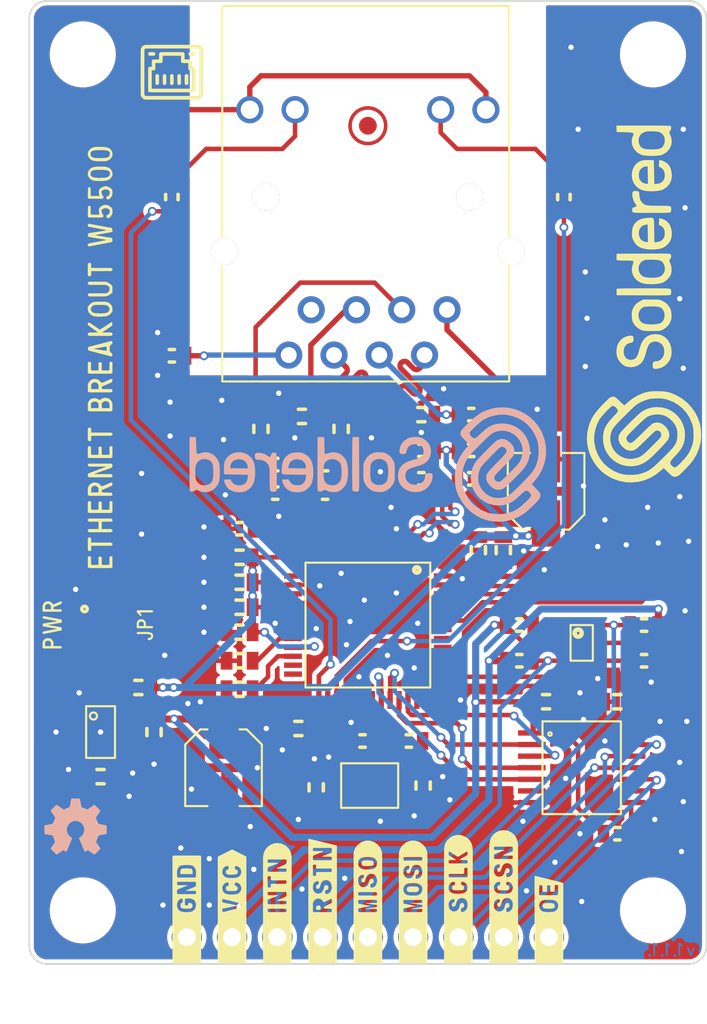
<source format=kicad_pcb>
(kicad_pcb (version 20210623) (generator pcbnew)
  (layers (0 "F.Cu" signal) (31 "B.Cu" signal) (34 "B.Paste" user) (35 "F.Paste" user) (36 "B.SilkS" user "B.Silkscreen") (37 "F.SilkS" user "F.Silkscreen") (38 "B.Mask" user) (39 "F.Mask" user) (44 "Edge.Cuts" user))
  (net 0 "")
  (net 1 "3V3_A")
  (net 2 "GND")
  (net 3 "Net-(C7-Pad2)")
  (net 4 "Net-(C11-Pad2)")
  (net 5 "Net-(C12-Pad2)")
  (net 6 "Net-(C13-Pad2)")
  (net 7 "3V3")
  (net 8 "Net-(C16-Pad2)")
  (net 9 "Net-(C17-Pad2)")
  (net 10 "VCC")
  (net 11 "Net-(D1-Pad1)")
  (net 12 "Net-(JP1-Pad2)")
  (net 14 "CGND")
  (net 15 "Net-(K1-Pad10)")
  (net 16 "Net-(K1-Pad11)")
  (net 17 "RSTn_H")
  (net 18 "INTn_H")
  (net 19 "SCSn_H")
  (net 20 "SCLK_H")
  (net 21 "MISO_H")
  (net 22 "MOSI_H")
  (net 23 "Net-(R5-Pad2)")
  (net 24 "LINKLED")
  (net 25 "ACTLED")
  (net 26 "Net-(R14-Pad2)")
  (net 27 "SCSn_L")
  (net 28 "MISO_L")
  (net 29 "INTn_L")
  (net 30 "SCLK_L")
  (net 31 "MOSI_L")
  (net 32 "RSTn_L")
  (net 45 "PMODE2")
  (net 46 "PMODE1")
  (net 47 "PMODE0")
  (net 51 "TX-")
  (net 52 "TX+")
  (net 53 "RX-")
  (net 54 "RX+")
  (net 55 "/RXN")
  (net 56 "/RXP")
  (net 57 "/TXP")
  (net 58 "/TXN")
  (net 59 "Net-(C9-Pad2)")
  (net 60 "Net-(C10-Pad2)")
  (net 63 "OE")
  (footprint "buzzardLabel" (layer "F.Cu") (at 111.38 130.4 90)
    (fp_text reference "")
    (fp_text value "")
  )
  (footprint "e-radionica.com footprinti:0603R" (layer "F.Cu") (at 127.5 113)
    (fp_text reference "R22")
    (fp_text value "10k")
  )
  (footprint "e-radionica.com footprinti:SMD_JUMPER" (layer "F.Cu") (at 133 108.2 -90)
    (fp_text reference "JP3")
    (fp_text value "SMD_JUMPER")
  )
  (footprint "Soldered Graphics:Logo-Back-OSH-3.5mm" (layer "F.Cu") (at 102.6 122.3)
    (fp_text reference "G***" hide)
    (fp_text value "LOGO" hide)
  )
  (footprint "e-radionica.com footprinti:0603C" (layer "F.Cu") (at 111.8 107.2)
    (fp_text reference "C4")
    (fp_text value "100n")
  )
  (footprint "e-radionica.com footprinti:0603R" (layer "F.Cu") (at 122 101.2)
    (fp_text reference "R6")
    (fp_text value "49R9 1%")
  )
  (footprint "e-radionica.com footprinti:0603R" (layer "F.Cu") (at 108 95.9)
    (fp_text reference "R16")
    (fp_text value "0")
  )
  (footprint "e-radionica.com footprinti:0603R" (layer "F.Cu") (at 127.5 111 180)
    (fp_text reference "R21")
    (fp_text value "10k")
  )
  (footprint "e-radionica.com footprinti:SMD_JUMPER" (layer "F.Cu") (at 130.5 108.2 -90)
    (fp_text reference "JP2")
    (fp_text value "SMD_JUMPER")
  )
  (footprint "e-radionica.com footprinti:HOLE_3.2mm" (layer "F.Cu") (at 103 127)
    (fp_text reference "H1" hide)
    (fp_text value "HOLE_3.2mm" hide)
  )
  (footprint "e-radionica.com footprinti:WIZnet W5500" (layer "F.Cu") (at 119 111 -90)
    (fp_text reference "U1")
    (fp_text value "W5500")
  )
  (footprint "e-radionica.com footprinti:0603C" (layer "F.Cu") (at 117.5 100 -90)
    (fp_text reference "C9")
    (fp_text value "6n8")
  )
  (footprint "e-radionica.com footprinti:0603C" (layer "F.Cu") (at 111.8 113)
    (fp_text reference "C12")
    (fp_text value "4u7")
  )
  (footprint "e-radionica.com footprinti:0603C" (layer "F.Cu") (at 111.8 111.4)
    (fp_text reference "C8")
    (fp_text value "100n")
  )
  (footprint "buzzardLabel" (layer "F.Cu") (at 101.3 111 90)
    (fp_text reference "")
    (fp_text value "")
  )
  (footprint "e-radionica.com footprinti:0603C" (layer "F.Cu") (at 104 119.5 180)
    (fp_text reference "C18")
    (fp_text value "2u2")
  )
  (footprint "e-radionica.com footprinti:ELECTROLITIC_CAP_4mm" (layer "F.Cu") (at 110.9 119 -90)
    (fp_text reference "C15")
    (fp_text value "EDK106M016A9BAA")
  )
  (footprint "e-radionica.com footprinti:0603C" (layer "F.Cu") (at 126.6 106.8 90)
    (fp_text reference "C3")
    (fp_text value "100n")
  )
  (footprint "buzzardLabel" (layer "F.Cu") (at 121.54 130.4 90)
    (fp_text reference "")
    (fp_text value "")
  )
  (footprint "e-radionica.com footprinti:0603C" (layer "F.Cu") (at 111.8 110)
    (fp_text reference "C6")
    (fp_text value "100n")
  )
  (footprint "e-radionica.com footprinti:0603R" (layer "F.Cu") (at 124.8 99.2)
    (fp_text reference "R10")
    (fp_text value "10R 1%")
  )
  (footprint "e-radionica.com footprinti:HOLE_3.2mm" (layer "F.Cu") (at 103 79)
    (fp_text reference "H3" hide)
    (fp_text value "HOLE_3.2mm" hide)
  )
  (footprint "buzzardLabel" (layer "F.Cu") (at 108.84 130.4 90)
    (fp_text reference "")
    (fp_text value "")
  )
  (footprint "e-radionica.com footprinti:TXB0104QPWRQ1" (layer "F.Cu") (at 131 119)
    (fp_text reference "U3")
    (fp_text value "TXB0104PWR")
  )
  (footprint "e-radionica.com footprinti:HOLE_3.2mm" (layer "F.Cu") (at 135 127)
    (fp_text reference "H2" hide)
    (fp_text value "HOLE_3.2mm" hide)
  )
  (footprint "e-radionica.com footprinti:0603R" (layer "F.Cu") (at 130 87 -90)
    (fp_text reference "R12")
    (fp_text value "330R")
  )
  (footprint "e-radionica.com footprinti:0603L" (layer "F.Cu") (at 106.1 114.5)
    (fp_text reference "L1")
    (fp_text value "MMZ1608S601ATA00")
  )
  (footprint "e-radionica.com footprinti:SMD_JUMPER" (layer "F.Cu") (at 135.5 108.2 -90)
    (fp_text reference "JP4")
    (fp_text value "SMD_JUMPER")
  )
  (footprint "e-radionica.com footprinti:0603R" (layer "F.Cu") (at 118.7 117.5)
    (fp_text reference "R14")
    (fp_text value "1M")
  )
  (footprint "buzzardLabel" (layer "F.Cu") (at 129.16 130.4 90)
    (fp_text reference "")
    (fp_text value "")
  )
  (footprint "e-radionica.com footprinti:0603R" (layer "F.Cu") (at 108 87 -90)
    (fp_text reference "R11")
    (fp_text value "330R")
  )
  (footprint "e-radionica.com footprinti:0603R" (layer "F.Cu") (at 121.3 117.5 180)
    (fp_text reference "R15")
    (fp_text value "0")
  )
  (footprint "e-radionica.com footprinti:0603C" (layer "F.Cu") (at 111.8 114.6)
    (fp_text reference "C13")
    (fp_text value "10n")
  )
  (footprint "e-radionica.com footprinti:SMD-JUMPER-CONNECTED_TRACE_SLODERMASK" (layer "F.Cu") (at 105.3 111 90)
    (fp_text reference "JP1")
    (fp_text value "SMD-JUMPER-CONNECTED_TRACE_SLODERMASK")
  )
  (footprint "e-radionica.com footprinti:0603C" (layer "F.Cu") (at 122.1 120 90)
    (fp_text reference "C17")
    (fp_text value "18p")
  )
  (footprint "e-radionica.com footprinti:0603C" (layer "F.Cu") (at 116.1 120.1 -90)
    (fp_text reference "C16")
    (fp_text value "18p")
  )
  (footprint "buzzardLabel" (layer "F.Cu") (at 104 96 90)
    (fp_text reference "")
    (fp_text value "")
  )
  (footprint "e-radionica.com footprinti:0603R" (layer "F.Cu") (at 116.6 103.6)
    (fp_text reference "R3")
    (fp_text value "33R")
  )
  (footprint "e-radionica.com footprinti:SOT-23-5" (layer "F.Cu") (at 104 117)
    (fp_text reference "U2")
    (fp_text value "SE5218")
  )
  (footprint "Soldered Graphics:Symbol-Front-Ethernet" (layer "F.Cu") (at 108 80 180)
    (fp_text reference "G***" hide)
    (fp_text value "LOGO" hide)
  )
  (footprint "e-radionica.com footprinti:0603C" (layer "F.Cu") (at 107 117 90)
    (fp_text reference "C19")
    (fp_text value "2u2")
  )
  (footprint "e-radionica.com footprinti:0402R" (layer "F.Cu") (at 103.8 111 -90)
    (fp_text reference "R13")
    (fp_text value "2k2")
  )
  (footprint "e-radionica.com footprinti:0603R" (layer "F.Cu") (at 113.8 103.6 180)
    (fp_text reference "R4")
    (fp_text value "33R")
  )
  (footprint "e-radionica.com footprinti:CRYSTAL_3225__4_PAD" (layer "F.Cu") (at 119.1 120)
    (fp_text reference "X1")
    (fp_text value "TSX-3225 25.0000MF10P-C3")
  )
  (footprint "e-radionica.com footprinti:0603C" (layer "F.Cu") (at 133 115.3 180)
    (fp_text reference "C21")
    (fp_text value "100n")
  )
  (footprint "e-radionica.com footprinti:ELECTROLITIC_CAP_4mm" (layer "F.Cu") (at 129 103.5 90)
    (fp_text reference "C1")
    (fp_text value "EDK106M016A9BAA")
  )
  (footprint "Soldered Graphics:Logo-Front-SolderedFULL-20mm" (layer "F.Cu") (at 134.5 93 90)
    (fp_text reference "REF**" hide)
    (fp_text value "Logo-Front-SolderedFULL-20mm" hide)
  )
  (footprint "e-radionica.com footprinti:0603C" (layer "F.Cu") (at 113 100 -90)
    (fp_text reference "C10")
    (fp_text value "6n8")
  )
  (footprint "e-radionica.com footprinti:0603R" (layer "F.Cu") (at 122 102.8 180)
    (fp_text reference "R1")
    (fp_text value "33R")
  )
  (footprint "Soldered Graphics:Logo-Back-SolderedFULL-20mm" (layer "F.Cu") (at 119 102)
    (fp_text reference "REF**" hide)
    (fp_text value "Logo-Front-SolderedFULL-20mm" hide)
  )
  (footprint "buzzardLabel" (layer "F.Cu") (at 126.62 130.4 90)
    (fp_text reference "")
    (fp_text value "")
  )
  (footprint "e-radionica.com footprinti:0603R" (layer "F.Cu") (at 124.8 101.2 180)
    (fp_text reference "R8")
    (fp_text value "49R9 1%")
  )
  (footprint "e-radionica.com footprinti:0603C" (layer "F.Cu") (at 125.2 106.8 90)
    (fp_text reference "C2")
    (fp_text value "100n")
  )
  (footprint "buzzardLabel" (layer "F.Cu") (at 124.08 130.4 90)
    (fp_text reference "")
    (fp_text value "")
  )
  (footprint "buzzardLabel" (layer "F.Cu") (at 106.5 111 90)
    (fp_text reference "")
    (fp_text value "")
  )
  (footprint "e-radionica.com footprinti:0603R" (layer "F.Cu") (at 124.8 102.8)
    (fp_text reference "R2")
    (fp_text value "33R")
  )
  (footprint "buzzardLabel" (layer "F.Cu") (at 116.46 130.4 90)
    (fp_text reference "")
    (fp_text value "")
  )
  (footprint "e-radionica.com footprinti:0603R" (layer "F.Cu") (at 133 122.7)
    (fp_text reference "R17")
    (fp_text value "10k")
  )
  (footprint "e-radionica.com footprinti:0603R" (layer "F.Cu") (at 134.5 111)
    (fp_text reference "R27")
    (fp_text value "10k")
  )
  (footprint "e-radionica.com footprinti:0603R" (layer "F.Cu") (at 116.6 102)
    (fp_text reference "R9")
    (fp_text value "49R9 1%")
  )
  (footprint "buzzardLabel" (layer "F.Cu") (at 113.92 130.4 90)
    (fp_text reference "")
    (fp_text value "")
  )
  (footprint "e-radionica.com footprinti:0603R" (layer "F.Cu") (at 113.8 102 180)
    (fp_text reference "R7")
    (fp_text value "49R9 1%")
  )
  (footprint "e-radionica.com footprinti:HEADER_MALE_9X1" (layer "F.Cu") (at 119 128.5)
    (fp_text reference "K2")
    (fp_text value "HEADER_MALE_9X1")
  )
  (footprint "e-radionica.com footprinti:FIDUCIAL_23" (layer "F.Cu") (at 119 83)
    (fp_text reference "FD1")
    (fp_text value "FIDUCIAL")
  )
  (footprint "e-radionica.com footprinti:0603R" (layer "F.Cu") (at 111.8 105.6)
    (fp_text reference "R5")
    (fp_text value "12k4_1%")
  )
  (footprint "e-radionica.com footprinti:0603C" (layer "F.Cu") (at 115.1 116.8)
    (fp_text reference "C14")
    (fp_text value "100n")
  )
  (footprint "e-radionica.com footprinti:HR913550A" (layer "F.Cu") (at 119 87)
    (fp_text reference "K1")
    (fp_text value "HR_913550A")
  )
  (footprint "e-radionica.com footprinti:0402LED" (layer "F.Cu") (at 102.5 111 90)
    (fp_text reference "D1")
    (fp_text value "purple")
  )
  (footprint "e-radionica.com footprinti:SOT-363" (layer "F.Cu") (at 131 112)
    (fp_text reference "U5")
    (fp_text value "NMOS-DUAL")
  )
  (footprint "e-radionica.com footprinti:0603C" (layer "F.Cu") (at 129 115.3 180)
    (fp_text reference "C20")
    (fp_text value "100n")
  )
  (footprint "e-radionica.com footprinti:0603C" (layer "F.Cu") (at 111.8 108.6)
    (fp_text reference "C5")
    (fp_text value "100n")
  )
  (footprint "e-radionica.com footprinti:0603C" (layer "F.Cu") (at 115.3 99.3)
    (fp_text reference "C7")
    (fp_text value "10n")
  )
  (footprint "buzzardLabel" (layer "F.Cu") (at 119 130.4 90)
    (fp_text reference "")
    (fp_text value "")
  )
  (footprint "e-radionica.com footprinti:HOLE_3.2mm" (layer "F.Cu") (at 135 79)
    (fp_text reference "H4" hide)
    (fp_text value "HOLE_3.2mm" hide)
  )
  (footprint "e-radionica.com footprinti:0603C" (layer "F.Cu") (at 122 99.2)
    (fp_text reference "C11")
    (fp_text value "22n")
  )
  (footprint "e-radionica.com footprinti:0603R" (layer "F.Cu") (at 134.5 113 180)
    (fp_text reference "R28")
    (fp_text value "10k")
  )
  (footprint "Soldered Graphics:Version1.1.1." (layer "B.Cu") (at 136 129.2 180)
    (fp_text reference "REF**" hide)
    (fp_text value "Version1.1.1." hide)
  )
  (gr_line (start 101 76) (end 137 76) (layer "Edge.Cuts") (width 0.1))
  (gr_arc (start 137 129) (end 137 130) (angle -90) (layer "Edge.Cuts") (width 0.1))
  (gr_arc (start 137 77) (end 137 76) (angle 90) (layer "Edge.Cuts") (width 0.1))
  (gr_line (start 100 129) (end 100 77) (layer "Edge.Cuts") (width 0.1))
  (gr_line (start 138 77) (end 138 129) (layer "Edge.Cuts") (width 0.1))
  (gr_arc (start 101 77) (end 101 76) (angle -90) (layer "Edge.Cuts") (width 0.1))
  (gr_line (start 137 130) (end 101 130) (layer "Edge.Cuts") (width 0.1))
  (gr_arc (start 101 129) (end 101 130) (angle 90) (layer "Edge.Cuts") (width 0.1))
  (segment (start 106.85 114.5) (end 107.5 114.5) (width 0.4) (layer "F.Cu") (net 1))
  (segment (start 124.03 106.07) (end 125.2 106.07) (width 0.3) (layer "F.Cu") (net 1))
  (segment (start 115 110.25) (end 113.45 110.25) (width 0.254) (layer "F.Cu") (net 1))
  (segment (start 113.2 111.4) (end 112.53 111.4) (width 0.254) (layer "F.Cu") (net 1))
  (segment (start 116.013022 108) (end 115.213022 107.2) (width 0.254) (layer "F.Cu") (net 1))
  (segment (start 118.25 108.05) (end 118.5 108.3) (width 0.254) (layer "F.Cu") (net 1))
  (segment (start 112.53 107.97) (end 112.53 109.37) (width 0.4) (layer "F.Cu") (net 1))
  (segment (start 128.7 105.3) (end 129.5 105.3) (width 0.4) (layer "F.Cu") (net 1))
  (segment (start 128 106) (end 128.7 105.3) (width 0.4) (layer "F.Cu") (net 1))
  (segment (start 113.45 110.25) (end 113.2 110) (width 0.254) (layer "F.Cu") (net 1))
  (segment (start 120.25 107) (end 120.25 107.85) (width 0.254) (layer "F.Cu") (net 1))
  (segment (start 115.213022 107.2) (end 112.53 107.2) (width 0.254) (layer "F.Cu") (net 1))
  (segment (start 126.6 106.07) (end 125.2 106.07) (width 0.4) (layer "F.Cu") (net 1))
  (segment (start 115.95 112.25) (end 116 112.2) (width 0.254) (layer "F.Cu") (net 1))
  (segment (start 108.1 114.5) (end 107.5 114.5) (width 0.4) (layer "F.Cu") (net 1))
  (segment (start 114.15 109.25) (end 113.5 108.6) (width 0.254) (layer "F.Cu") (net 1))
  (segment (start 116.6 108) (end 116.013022 108) (width 0.254) (layer "F.Cu") (net 1))
  (segment (start 115 112.25) (end 115.95 112.25) (width 0.254) (layer "F.Cu") (net 1))
  (segment (start 124.025 101.075) (end 125 100.1) (width 0.3) (layer "F.Cu") (net 1))
  (segment (start 112.53 109.37) (end 112.53 111.4) (width 0.4) (layer "F.Cu") (net 1))
  (segment (start 112.53 107.2) (end 112.53 107.97) (width 0.4) (layer "F.Cu") (net 1))
  (segment (start 113.2 110) (end 112.53 110) (width 0.254) (layer "F.Cu") (net 1))
  (segment (start 118.25 107) (end 118.25 108.05) (width 0.254) (layer "F.Cu") (net 1))
  (segment (start 113.5 108.6) (end 112.53 108.6) (width 0.254) (layer "F.Cu") (net 1))
  (segment (start 128 106) (end 127.3 106) (width 0.4) (layer "F.Cu") (net 1))
  (segment (start 120.25 107.85) (end 120.7 108.3) (width 0.254) (layer "F.Cu") (net 1))
  (segment (start 116.75 107.85) (end 116.6 108) (width 0.254) (layer "F.Cu") (net 1))
  (segment (start 127.3 106) (end 126.67 106) (width 0.4) (layer "F.Cu") (net 1))
  (segment (start 116.75 107) (end 116.75 107.85) (width 0.254) (layer "F.Cu") (net 1))
  (segment (start 121.8 108.3) (end 124.03 106.07) (width 0.3) (layer "F.Cu") (net 1))
  (segment (start 125 100.1) (end 125.575 99.525) (width 0.3) (layer "F.Cu") (net 1))
  (segment (start 124.025 101.2) (end 124.025 101.075) (width 0.3) (layer "F.Cu") (net 1))
  (segment (start 115 109.25) (end 114.15 109.25) (width 0.254) (layer "F.Cu") (net 1))
  (segment (start 129.5 105.3) (end 129.5 105.6) (width 0.4) (layer "F.Cu") (net 1))
  (segment (start 125.575 99.525) (end 125.575 99.2) (width 0.3) (layer "F.Cu") (net 1))
  (segment (start 126.67 106) (end 126.6 106.07) (width 0.4) (layer "F.Cu") (net 1))
  (segment (start 118.5 108.3) (end 121.8 108.3) (width 0.3) (layer "F.Cu") (net 1))
  (segment (start 122.775 101.2) (end 124.025 101.2) (width 0.3) (layer "F.Cu") (net 1))
  (via (at 112.53 109.37) (size 0.5) (drill 0.3) (layers "F.Cu" "B.Cu") (net 1))
  (via (at 128 106) (size 0.5) (drill 0.3) (layers "F.Cu" "B.Cu") (net 1))
  (via (at 113.2 111.4) (size 0.5) (drill 0.3) (layers "F.Cu" "B.Cu") (net 1))
  (via (at 116 112.2) (size 0.5) (drill 0.3) (layers "F.Cu" "B.Cu") (net 1))
  (via (at 108.1 114.5) (size 0.5) (drill 0.3) (layers "F.Cu" "B.Cu") (net 1))
  (via (at 127.3 106) (size 0.5) (drill 0.3) (layers "F.Cu" "B.Cu") (net 1))
  (via (at 107.5 114.5) (size 0.5) (drill 0.3) (layers "F.Cu" "B.Cu") (net 1))
  (via (at 112.53 107.97) (size 0.5) (drill 0.3) (layers "F.Cu" "B.Cu") (net 1))
  (via (at 123.4 101.2) (size 0.5) (drill 0.3) (layers "F.Cu" "B.Cu") (net 1))
  (segment (start 116.8 114.5) (end 108.7 114.5) (width 0.4) (layer "B.Cu") (net 1))
  (segment (start 114 112.2) (end 113.2 111.4) (width 0.254) (layer "B.Cu") (net 1))
  (segment (start 125.3 106) (end 116.8 114.5) (width 0.4) (layer "B.Cu") (net 1))
  (segment (start 112.53 109.37) (end 112.53 107.97) (width 0.4) (layer "B.Cu") (net 1))
  (segment (start 127.3 105.9) (end 123.4 102) (width 0.3) (layer "B.Cu") (net 1))
  (segment (start 108.7 114.5) (end 112.53 110.67) (width 0.4) (layer "B.Cu") (net 1))
  (segment (start 116 112.2) (end 114 112.2) (width 0.254) (layer "B.Cu") (net 1))
  (segment (start 127.3 106) (end 127.3 105.9) (width 0.3) (layer "B.Cu") (net 1))
  (segment (start 128 106) (end 125.3 106) (width 0.4) (layer "B.Cu") (net 1))
  (segment (start 112.53 110.67) (end 112.53 109.37) (width 0.4) (layer "B.Cu") (net 1))
  (segment (start 123.4 102) (end 123.4 101.2) (width 0.3) (layer "B.Cu") (net 1))
  (segment (start 107.5 114.5) (end 108.1 114.5) (width 0.4) (layer "B.Cu") (net 1))
  (segment (start 108.1 114.5) (end 108.7 114.5) (width 0.4) (layer "B.Cu") (net 1))
  (via (at 133.5 106.5) (size 0.5) (drill 0.3) (layers "F.Cu" "B.Cu") (net 2))
  (via (at 123.2 119.5) (size 0.5) (drill 0.3) (layers "F.Cu" "B.Cu") (net 2))
  (via (at 107.6 112.7) (size 0.5) (drill 0.3) (layers "F.Cu" "B.Cu") (net 2))
  (via (at 135.3 106.4) (size 0.5) (drill 0.3) (layers "F.Cu" "B.Cu") (net 2))
  (via (at 118.5 113.9) (size 0.5) (drill 0.3) (layers "F.Cu" "B.Cu") (net 2))
  (via (at 130.4 78.6) (size 0.5) (drill 0.3) (layers "F.Cu" "B.Cu") (net 2))
  (via (at 120.3 104.4) (size 0.5) (drill 0.3) (layers "F.Cu" "B.Cu") (net 2))
  (via (at 102.6 109) (size 0.5) (drill 0.3) (layers "F.Cu" "B.Cu") (net 2))
  (via (at 120.6 105.6) (size 0.5) (drill 0.3) (layers "F.Cu" "B.Cu") (net 2))
  (via (at 123.6 120.8) (size 0.5) (drill 0.3) (layers "F.Cu" "B.Cu") (net 2))
  (via (at 131.9 106.6) (size 0.5) (drill 0.3) (layers "F.Cu" "B.Cu") (net 2))
  (via (at 130.9 114.8) (size 0.5) (drill 0.3) (layers "F.Cu" "B.Cu") (net 2))
  (via (at 118.8 109.6) (size 0.5) (drill 0.3) (layers "F.Cu" "B.Cu") (net 2))
  (via (at 112.8 119) (size 0.5) (drill 0.3) (layers "F.Cu" "B.Cu") (net 2))
  (via (at 131.2 96.5) (size 0.5) (drill 0.3) (layers "F.Cu" "B.Cu") (net 2))
  (via (at 134.9 114.2) (size 0.5) (drill 0.3) (layers "F.Cu" "B.Cu") (net 2))
  (via (at 131.1 103.2) (size 0.5) (drill 0.3) (layers "F.Cu" "B.Cu") (net 2))
  (via (at 114 98) (size 0.5) (drill 0.3) (layers "F.Cu" "B.Cu") (net 2))
  (via (at 128.5 98.9) (size 0.5) (drill 0.3) (layers "F.Cu" "B.Cu") (net 2))
  (via (at 109.8 105.5) (size 0.5) (drill 0.3) (layers "F.Cu" "B.Cu") (net 2))
  (via (at 121.6 121.7) (size 0.5) (drill 0.3) (layers "F.Cu" "B.Cu") (net 2))
  (via (at 130.1 119.6) (size 0.5) (drill 0.3) (layers "F.Cu" "B.Cu") (net 2))
  (via (at 130.9 122.7) (size 0.5) (drill 0.3) (layers "F.Cu" "B.Cu") (net 2))
  (via (at 121.8 110.9) (size 0.5) (drill 0.3) (layers "F.Cu" "B.Cu") (net 2))
  (via (at 136.8 87.6) (size 0.5) (drill 0.3) (layers "F.Cu" "B.Cu") (net 2))
  (via (at 110.1 124.1) (size 0.5) (drill 0.3) (layers "F.Cu" "B.Cu") (net 2))
  (via (at 112.6 124.7) (size 0.5) (drill 0.3) (layers "F.Cu" "B.Cu") (net 2))
  (via (at 108.5 123.5) (size 0.5) (drill 0.3) (layers "F.Cu" "B.Cu") (net 2))
  (via (at 134.7 104.4) (size 0.5) (drill 0.3) (layers "F.Cu" "B.Cu") (net 2))
  (via (at 106.3 102.5) (size 0.5) (drill 0.3) (layers "F.Cu" "B.Cu") (net 2))
  (via (at 105.6 120.6) (size 0.5) (drill 0.3) (layers "F.Cu" "B.Cu") (net 2))
  (via (at 111 103.7) (size 0.5) (drill 0.3) (layers "F.Cu" "B.Cu") (net 2))
  (via (at 117.8 112.1) (size 0.5) (drill 0.3) (layers "F.Cu" "B.Cu") (net 2))
  (via (at 136.5 103.8) (size 0.5) (drill 0.3) (layers "F.Cu" "B.Cu") (net 2))
  (via (at 119.7 102.4) (size 0.5) (drill 0.3) (layers "F.Cu" "B.Cu") (net 2))
  (via (at 109.1 120.2) (size 0.5) (drill 0.3) (layers "F.Cu" "B.Cu") (net 2))
  (via (at 131.9 114) (size 0.5) (drill 0.3) (layers "F.Cu" "B.Cu") (net 2))
  (via (at 116 118.5) (size 0.5) (drill 0.3) (layers "F.Cu" "B.Cu") (net 2))
  (via (at 131.1 116.3) (size 0.5) (drill 0.3) (layers "F.Cu" "B.Cu") (net 2))
  (via (at 121.6 113.4) (size 0.5) (drill 0.3) (layers "F.Cu" "B.Cu") (net 2))
  (via (at 132.3 117.5) (size 0.5) (drill 0.3) (layers "F.Cu" "B.Cu") (net 2))
  (via (at 136.7 83.2) (size 0.5) (drill 0.3) (layers "F.Cu" "B.Cu") (net 2))
  (via (at 136.7 96.6) (size 0.5) (drill 0.3) (layers "F.Cu" "B.Cu") (net 2))
  (via (at 120.6 109.2) (size 0.5) (drill 0.3) (layers "F.Cu" "B.Cu") (net 2))
  (via (at 119.7 122) (size 0.5) (drill 0.3) (layers "F.Cu" "B.Cu") (net 2))
  (via (at 137 106.3) (size 0.5) (drill 0.3) (layers "F.Cu" "B.Cu") (net 2))
  (via (at 104 117) (size 0.5) (drill 0.3) (layers "F.Cu" "B.Cu") (net 2))
  (via (at 136.5 92.7) (size 0.5) (drill 0.3) (layers "F.Cu" "B.Cu") (net 2))
  (via (at 115.3 125.8) (size 0.5) (drill 0.3) (layers "F.Cu" "B.Cu") (net 2))
  (via (at 109.8 108.6) (size 0.5) (drill 0.3) (layers "F.Cu" "B.Cu") (net 2))
  (via (at 113.8 110.9) (size 0.5) (drill 0.3) (layers "F.Cu" "B.Cu") (net 2))
  (via (at 109.8 110) (size 0.5) (drill 0.3) (layers "F.Cu" "B.Cu") (net 2))
  (via (at 116.8 118.4) (size 0.5) (drill 0.3) (layers "F.Cu" "B.Cu") (net 2))
  (via (at 127.9 125.9) (size 0.5) (drill 0.3) (layers "F.Cu" "B.Cu") (net 2))
  (via (at 107.2 97) (size 0.5) (drill 0.3) (layers "F.Cu" "B.Cu") (net 2))
  (via (at 109.8 111.4) (size 0.5) (drill 0.3) (layers "F.Cu" "B.Cu") (net 2))
  (via (at 124.3 108.4) (size 0.5) (drill 0.3) (layers "F.Cu" "B.Cu") (net 2))
  (via (at 114.2 118) (size 0.5) (drill 0.3) (layers "F.Cu" "B.Cu") (net 2))
  (via (at 107.2 94.6) (size 0.5) (drill 0.3) (layers "F.Cu" "B.Cu") (net 2))
  (via (at 102.2 119.1) (size 0.5) (drill 0.3) (layers "F.Cu" "B.Cu") (net 2))
  (via (at 107.9 100.4) (size 0.5) (drill 0.3) (layers "F.Cu" "B.Cu") (net 2))
  (via (at 101.5 117) (size 0.5) (drill 0.3) (layers "F.Cu" "B.Cu") (net 2))
  (via (at 107.5 126.7) (size 0.5) (drill 0.3) (layers "F.Cu" "B.Cu") (net 2))
  (via (at 114.9 100.5) (size 0.5) (drill 0.3) (layers "F.Cu" "B.Cu") (net 2))
  (via (at 105.8 119.3) (size 0.5) (drill 0.3) (layers "F.Cu" "B.Cu") (net 2))
  (via (at 132.3 105.1) (size 0.5) (drill 0.3) (layers "F.Cu" "B.Cu") (net 2))
  (via (at 136.5 118.7) (size 0.5) (drill 0.3) (layers "F.Cu" "B.Cu") (net 2))
  (via (at 131.2 91.2) (size 0.5) (drill 0.3) (layers "F.Cu" "B.Cu") (net 2))
  (via (at 109.6 115.3) (size 0.5) (drill 0.3) (layers "F.Cu" "B.Cu") (net 2))
  (via (at 102.8 114.8) (size 0.5) (drill 0.3) (layers "F.Cu" "B.Cu") (net 2))
  (via (at 129.5 124.3) (size 0.5) (drill 0.3) (layers "F.Cu" "B.Cu") (net 2))
  (via (at 118.057648 116.457648) (size 0.5) (drill 0.3) (layers "F.Cu" "B.Cu") (net 2))
  (via (at 110.1 126.7) (size 0.5) (drill 0.3) (layers "F.Cu" "B.Cu") (net 2))
  (via (at 107.9 98.5) (size 0.5) (drill 0.3) (layers "F.Cu" "B.Cu") (net 2))
  (via (at 116.3 108.8) (size 0.5) (drill 0.3) (layers "F.Cu" "B.Cu") (net 2))
  (via (at 123.25 97.75) (size 0.5) (drill 0.3) (layers "F.Cu" "B.Cu") (net 2))
  (via (at 127.742352 106.842352) (size 0.5) (drill 0.3) (layers "F.Cu" "B.Cu") (net 2))
  (via (at 136.7 120.9) (size 0.5) (drill 0.3) (layers "F.Cu" "B.Cu") (net 2))
  (via (at 115.1 121.9) (size 0.5) (drill 0.3) (layers "F.Cu" "B.Cu") (net 2))
  (via (at 120.1 112.7) (size 0.5) (drill 0.3) (layers "F.Cu" "B.Cu") (net 2))
  (via (at 130.8 83.2) (size 0.5) (drill 0.3) (layers "F.Cu" "B.Cu") (net 2))
  (via (at 119.2 100.5) (size 0.5) (drill 0.3) (layers "F.Cu" "B.Cu") (net 2))
  (via (at 136.6 123.7) (size 0.5) (drill 0.3) (layers "F.Cu" "B.Cu") (net 2))
  (via (at 110.8 98.4) (size 0.5) (drill 0.3) (layers "F.Cu" "B.Cu") (net 2))
  (via (at 112.4 122.3) (size 0.5) (drill 0.3) (layers "F.Cu" "B.Cu") (net 2))
  (via (at 128.9 107.9) (size 0.5) (drill 0.3) (layers "F.Cu" "B.Cu") (net 2))
  (via (at 135.4 116.4) (size 0.5) (drill 0.3) (layers "F.Cu" "B.Cu") (net 2))
  (via (at 106.3 105.9) (size 0.5) (drill 0.3) (layers "F.Cu" "B.Cu") (net 2))
  (via (at 108.9 115.4) (size 0.5) (drill 0.3) (layers "F.Cu" "B.Cu") (net 2))
  (via (at 116.1 111.2) (size 0.5) (drill 0.3) (layers "F.Cu" "B.Cu") (net 2))
  (via (at 114 104.9) (size 0.5) (drill 0.3) (layers "F.Cu" "B.Cu") (net 2))
  (via (at 113.3 116.8) (size 0.5) (drill 0.3) (layers "F.Cu" "B.Cu") (net 2))
  (via (at 110.9 100.6) (size 0.5) (drill 0.3) (layers "F.Cu" "B.Cu") (net 2))
  (via (at 122 100.2) (size 0.5) (drill 0.3) (layers "F.Cu" "B.Cu") (net 2))
  (via (at 124.2 115.2) (size 0.5) (drill 0.3) (layers "F.Cu" "B.Cu") (net 2))
  (via (at 136.8 110.2) (size 0.5) (drill 0.3) (layers "F.Cu" "B.Cu") (net 2))
  (via (at 109.8 107.2) (size 0.5) (drill 0.3) (layers "F.Cu" "B.Cu") (net 2))
  (via (at 131 126.5) (size 0.5) (drill 0.3) (layers "F.Cu" "B.Cu") (net 2))
  (via (at 107 118.8) (size 0.5) (drill 0.3) (layers "F.Cu" "B.Cu") (net 2))
  (via (at 118 110.8) (size 0.5) (drill 0.3) (layers "F.Cu" "B.Cu") (net 2))
  (via (at 127.7 122) (size 0.5) (drill 0.3) (layers "F.Cu" "B.Cu") (net 2))
  (via (at 136.9 116.4) (size 0.5) (drill 0.3) (layers "F.Cu" "B.Cu") (net 2))
  (via (at 117.7 125.2) (size 0.5) (drill 0.3) (layers "F.Cu" "B.Cu") (net 2))
  (via (at 135.1 121.9) (size 0.5) (drill 0.3) (layers "F.Cu" "B.Cu") (net 2))
  (via (at 117.5 108.1) (size 0.5) (drill 0.3) (layers "F.Cu" "B.Cu") (net 2))
  (via (at 131.3 93.8) (size 0.5) (drill 0.3) (layers "F.Cu" "B.Cu") (net 2))
  (segment (start 118.36 93.32) (end 117.78 93.32) (width 0.3) (layer "F.Cu") (net 3))
  (segment (start 115.8 95.3) (end 115.8 97.9) (width 0.3) (layer "F.Cu") (net 3))
  (segment (start 116.03 100.67) (end 116.03 99.3) (width 0.3) (layer "F.Cu") (net 3))
  (segment (start 114.575 102) (end 115.825 102) (width 0.3) (layer "F.Cu") (net 3))
  (segment (start 115.8 97.9) (end 116.03 98.13) (width 0.3) (layer "F.Cu") (net 3))
  (segment (start 117.78 93.32) (end 115.8 95.3) (width 0.3) (layer "F.Cu") (net 3))
  (segment (start 116.03 98.13) (end 116.03 99.3) (width 0.3) (layer "F.Cu") (net 3))
  (segment (start 115.825 100.875) (end 116.03 100.67) (width 0.3) (layer "F.Cu") (net 3))
  (segment (start 115.825 102) (end 115.825 100.875) (width 0.3) (layer "F.Cu") (net 3))
  (segment (start 124.025 99.2) (end 123.4 99.2) (width 0.3) (layer "F.Cu") (net 4))
  (segment (start 123.4 99.2) (end 122.73 99.2) (width 0.3) (layer "F.Cu") (net 4))
  (via (at 123.4 99.2) (size 0.5) (drill 0.3) (layers "F.Cu" "B.Cu") (net 4))
  (segment (start 122.98 99.2) (end 123.4 99.2) (width 0.3) (layer "B.Cu") (net 4))
  (segment (start 119.64 95.86) (end 122.98 99.2) (width 0.3) (layer "B.Cu") (net 4))
  (segment (start 114.05 111.75) (end 112.8 113) (width 0.254) (layer "F.Cu") (net 5))
  (segment (start 115 111.75) (end 114.05 111.75) (width 0.254) (layer "F.Cu") (net 5))
  (segment (start 112.8 113) (end 112.53 113) (width 0.254) (layer "F.Cu") (net 5))
  (segment (start 113.95 112.75) (end 113.4 113.3) (width 0.254) (layer "F.Cu") (net 6))
  (segment (start 113.4 113.3) (end 113.4 113.9) (width 0.254) (layer "F.Cu") (net 6))
  (segment (start 113.4 113.9) (end 112.7 114.6) (width 0.254) (layer "F.Cu") (net 6))
  (segment (start 112.7 114.6) (end 112.53 114.6) (width 0.254) (layer "F.Cu") (net 6))
  (segment (start 114.8 112.75) (end 113.95 112.75) (width 0.254) (layer "F.Cu") (net 6))
  (segment (start 112.4 115.7) (end 115.4 115.7) (width 0.4) (layer "F.Cu") (net 7))
  (segment (start 105.3 116.05) (end 105.3 114.59) (width 0.4) (layer "F.Cu") (net 7))
  (segment (start 131.92 112) (end 134.6 112) (width 0.254) (layer "F.Cu") (net 7))
  (segment (start 115.83 116.13) (end 115.83 116.8) (width 0.4) (layer "F.Cu") (net 7))
  (segment (start 103.9 86.9) (end 108.7 82.1) (width 0.3) (layer "F.Cu") (net 7))
  (segment (start 110.9 117.2) (end 112.4 115.7) (width 0.4) (layer "F.Cu") (net 7))
  (segment (start 134.6 112) (end 135.275 112.675) (width 0.254) (layer "F.Cu") (net 7))
  (segment (start 130.8 121.275) (end 130.8 117.8) (width 0.254) (layer "F.Cu") (net 7))
  (segment (start 108.97 116.27) (end 107 116.27) (width 0.4) (layer "F.Cu") (net 7))
  (segment (start 106.78 116.05) (end 107 116.27) (width 0.4) (layer "F.Cu") (net 7))
  (segment (start 130.05 117.05) (end 128.2 117.05) (width 0.254) (layer "F.Cu") (net 7))
  (segment (start 115.4 115.7) (end 115.83 116.13) (width 0.4) (layer "F.Cu") (net 7))
  (segment (start 117.75 115) (end 117.75 115.85) (width 0.254) (layer "F.Cu") (net 7))
  (segment (start 113 80.2) (end 112.375 80.825) (width 0.3) (layer "F.Cu") (net 7))
  (segment (start 109.9 117.2) (end 108.97 116.27) (width 0.4) (layer "F.Cu") (net 7))
  (segment (start 105.3 111.35) (end 105.39 111.44) (width 0.3) (layer "F.Cu") (net 7))
  (segment (start 135.275 112.675) (end 135.275 113) (width 0.254) (layer "F.Cu") (net 7))
  (segment (start 107 111.4) (end 107 108.6) (width 0.3) (layer "F.Cu") (net 7))
  (segment (start 105.39 111.44) (end 105.39 113.01) (width 0.3) (layer "F.Cu") (net 7))
  (segment (start 110.9 117.2) (end 109.9 117.2) (width 0.4) (layer "F.Cu") (net 7))
  (segment (start 130.08 112) (end 127.725 112) (width 0.254) (layer "F.Cu") (net 7))
  (segment (start 126.1 111) (end 126.725 111) (width 0.4) (layer "F.Cu") (net 7))
  (segment (start 105.3 114.59) (end 105.39 114.5) (width 0.4) (layer "F.Cu") (net 7))
  (segment (start 107 108.6) (end 103.9 105.5) (width 0.3) (layer "F.Cu") (net 7))
  (segment (start 125.073011 115.3) (end 128.27 115.3) (width 0.3) (layer "F.Cu") (net 7))
  (segment (start 128.27 115.3) (end 128.27 116.98) (width 0.3) (layer "F.Cu") (net 7))
  (segment (start 103.9 105.5) (end 103.9 86.9) (width 0.3) (layer "F.Cu") (net 7))
  (segment (start 131.92 112) (end 130.08 112) (width 0.254) (layer "F.Cu") (net 7))
  (segment (start 112.375 80.825) (end 112.375 82.1) (width 0.3) (layer "F.Cu") (net 7))
  (segment (start 124.7 80.2) (end 113 80.2) (width 0.3) (layer "F.Cu") (net 7))
  (segment (start 105.3 116.05) (end 106.78 116.05) (width 0.4) (layer "F.Cu") (net 7))
  (segment (start 128.27 116.98) (end 128.2 117.05) (width 0.3) (layer "F.Cu") (net 7))
  (segment (start 125.625 81.125) (end 124.7 80.2) (width 0.3) (layer "F.Cu") (net 7))
  (segment (start 130.8 117.8) (end 130.05 117.05) (width 0.254) (layer "F.Cu") (net 7))
  (segment (start 127.725 112) (end 126.725 111) (width 0.254) (layer "F.Cu") (net 7))
  (segment (start 108.7 82.1) (end 112.375 82.1) (width 0.3) (layer "F.Cu") (net 7))
  (segment (start 132.225 122.7) (end 130.8 121.275) (width 0.254) (layer "F.Cu") (net 7))
  (segment (start 105.39 113.01) (end 105.39 114.5) (width 0.3) (layer "F.Cu") (net 7))
  (segment (start 105.39 113.01) (end 107 111.4) (width 0.3) (layer "F.Cu") (net 7))
  (segment (start 117.75 115.85) (end 116.8 116.8) (width 0.254) (layer "F.Cu") (net 7))
  (segment (start 125.625 82.1) (end 125.625 81.125) (width 0.3) (layer "F.Cu") (net 7))
  (segment (start 125.049511 115.3235) (end 125.073011 115.3) (width 0.3) (layer "F.Cu") (net 7))
  (segment (start 116.8 116.8) (end 115.83 116.8) (width 0.254) (layer "F.Cu") (net 7))
  (via (at 125.049511 115.3235) (size 0.5) (drill 0.3) (layers "F.Cu" "B.Cu") (net 7))
  (via (at 126.1 111) (size 0.5) (drill 0.3) (layers "F.Cu" "B.Cu") (net 7))
  (via (at 108.13 116.27) (size 0.5) (drill 0.3) (layers "F.Cu" "B.Cu") (net 7))
  (segment (start 125.049511 115.3235) (end 125.049511 112.050489) (width 0.4) (layer "B.Cu") (net 7))
  (segment (start 125.049511 115.3235) (end 125.049511 120.450489) (width 0.4) (layer "B.Cu") (net 7))
  (segment (start 125.049511 112.050489) (end 126.1 111) (width 0.4) (layer "B.Cu") (net 7))
  (segment (start 114.76 122.9) (end 108.13 116.27) (width 0.4) (layer "B.Cu") (net 7))
  (segment (start 122.6 122.9) (end 114.76 122.9) (width 0.4) (layer "B.Cu") (net 7))
  (segment (start 125.049511 120.450489) (end 122.6 122.9) (width 0.4) (layer "B.Cu") (net 7))
  (segment (start 115.43 120.83) (end 114.9 120.3) (width 0.254) (layer "F.Cu") (net 8))
  (segment (start 114.9 120.3) (end 114.9 118.6) (width 0.254) (layer "F.Cu") (net 8))
  (segment (start 118.75 116.675) (end 118.75 115) (width 0.254) (layer "F.Cu") (net 8))
  (segment (start 117.725 117.7) (end 118.75 116.675) (width 0.254) (layer "F.Cu") (net 8))
  (segment (start 114.9 118.6) (end 115.8 117.7) (width 0.254) (layer "F.Cu") (net 8))
  (segment (start 116.13 120.8) (end 116.1 120.83) (width 0.254) (layer "F.Cu") (net 8))
  (segment (start 118 120.8) (end 116.13 120.8) (width 0.254) (layer "F.Cu") (net 8))
  (segment (start 115.8 117.7) (end 117.725 117.7) (width 0.254) (layer "F.Cu") (net 8))
  (segment (start 116.1 120.83) (end 115.43 120.83) (width 0.254) (layer "F.Cu") (net 8))
  (segment (start 122.075 117.4) (end 122.075 119.245) (width 0.254) (layer "F.Cu") (net 9))
  (segment (start 122.03 119.2) (end 122.1 119.27) (width 0.254) (layer "F.Cu") (net 9))
  (segment (start 122.075 119.245) (end 122.1 119.27) (width 0.254) (layer "F.Cu") (net 9))
  (segment (start 120.2 119.2) (end 122.03 119.2) (width 0.254) (layer "F.Cu") (net 9))
  (segment (start 133.73 115.3) (end 135.2 115.3) (width 0.3) (layer "F.Cu") (net 10))
  (segment (start 101.05 117.95) (end 102.7 117.95) (width 0.3) (layer "F.Cu") (net 10))
  (segment (start 103.27 120.17) (end 108.2 125.1) (width 0.5) (layer "F.Cu") (net 10))
  (segment (start 126.725 113) (end 125.8 113) (width 0.4) (layer "F.Cu") (net 10))
  (segment (start 136.5 111.7) (end 135.8 111) (width 0.3) (layer "F.Cu") (net 10))
  (segment (start 111.38 126.78) (end 111.38 128.5) (width 0.5) (layer "F.Cu") (net 10))
  (segment (start 100.7 117.6) (end 101.05 117.95) (width 0.3) (layer "F.Cu") (net 10))
  (segment (start 133.73 116.98) (end 133.8 117.05) (width 0.3) (layer "F.Cu") (net 10))
  (segment (start 101.05 116.05) (end 100.7 116.4) (width 0.3) (layer "F.Cu") (net 10))
  (segment (start 135.3 110.1) (end 135.3 110.975) (width 0.4) (layer "F.Cu") (net 10))
  (segment (start 100.7 116.4) (end 100.7 117.6) (width 0.3) (layer "F.Cu") (net 10))
  (segment (start 103.27 118.52) (end 102.7 117.95) (width 0.5) (layer "F.Cu") (net 10))
  (segment (start 135.2 115.3) (end 136.5 114) (width 0.3) (layer "F.Cu") (net 10))
  (segment (start 103.27 119.5) (end 103.27 120.17) (width 0.5) (layer "F.Cu") (net 10))
  (segment (start 103.27 119.5) (end 103.27 118.52) (width 0.5) (layer "F.Cu") (net 10))
  (segment (start 135.8 111) (end 135.275 111) (width 0.3) (layer "F.Cu") (net 10))
  (segment (start 133.73 115.3) (end 133.73 116.98) (width 0.3) (layer "F.Cu") (net 10))
  (segment (start 136.5 114) (end 136.5 111.7) (width 0.3) (layer "F.Cu") (net 10))
  (segment (start 109.7 125.1) (end 111.38 126.78) (width 0.5) (layer "F.Cu") (net 10))
  (segment (start 102.7 116.05) (end 101.05 116.05) (width 0.3) (layer "F.Cu") (net 10))
  (segment (start 108.2 125.1) (end 109.7 125.1) (width 0.5) (layer "F.Cu") (net 10))
  (segment (start 135.3 110.975) (end 135.275 111) (width 0.4) (layer "F.Cu") (net 10))
  (via (at 125.8 113) (size 0.5) (drill 0.3) (layers "F.Cu" "B.Cu") (net 10))
  (via (at 135.3 110.1) (size 0.5) (drill 0.3) (layers "F.Cu" "B.Cu") (net 10))
  (segment (start 125.764651 113.035349) (end 125.8 113.070699) (width 0.4) (layer "B.Cu") (net 10))
  (segment (start 135.3 110.1) (end 128.7 110.1) (width 0.4) (layer "B.Cu") (net 10))
  (segment (start 115.4 123.6) (end 111.38 127.62) (width 0.4) (layer "B.Cu") (net 10))
  (segment (start 125.8 113.070699) (end 125.8 120.8) (width 0.4) (layer "B.Cu") (net 10))
  (segment (start 125.8 113) (end 125.764651 113.035349) (width 0.4) (layer "B.Cu") (net 10))
  (segment (start 125.8 120.8) (end 123 123.6) (width 0.4) (layer "B.Cu") (net 10))
  (segment (start 123 123.6) (end 115.4 123.6) (width 0.4) (layer "B.Cu") (net 10))
  (segment (start 111.38 127.62) (end 111.38 128.5) (width 0.4) (layer "B.Cu") (net 10))
  (segment (start 128.7 110.1) (end 125.8 113) (width 0.4) (layer "B.Cu") (net 10))
  (segment (start 102.55 111.5) (end 102.5 111.55) (width 0.3) (layer "F.Cu") (net 11))
  (segment (start 103.8 111.5) (end 102.55 111.5) (width 0.3) (layer "F.Cu") (net 11))
  (segment (start 105.15 110.5) (end 105.3 110.65) (width 0.3) (layer "F.Cu") (net 12))
  (segment (start 103.8 110.5) (end 105.15 110.5) (width 0.3) (layer "F.Cu") (net 12))
  (segment (start 109.8 95.9) (end 108.775 95.9) (width 0.3) (layer "F.Cu") (net 14))
  (via (at 109.8 95.9) (size 0.5) (drill 0.3) (layers "F.Cu" "B.Cu") (net 14))
  (segment (start 109.84 95.86) (end 109.8 95.9) (width 0.3) (layer "B.Cu") (net 14))
  (segment (start 114.56 95.86) (end 109.84 95.86) (width 0.3) (layer "B.Cu") (net 14))
  (segment (start 130 85.9) (end 128.4 84.3) (width 0.254) (layer "F.Cu") (net 15))
  (segment (start 123.085 83.385) (end 123.085 82.1) (width 0.254) (layer "F.Cu") (net 15))
  (segment (start 130 86.225) (end 130 85.9) (width 0.254) (layer "F.Cu") (net 15))
  (segment (start 128.4 84.3) (end 124 84.3) (width 0.254) (layer "F.Cu") (net 15))
  (segment (start 124 84.3) (end 123.085 83.385) (width 0.254) (layer "F.Cu") (net 15))
  (segment (start 108 86.225) (end 109.925 84.3) (width 0.254) (layer "F.Cu") (net 16))
  (segment (start 109.925 84.3) (end 114.2 84.3) (width 0.254) (layer "F.Cu") (net 16))
  (segment (start 114.2 84.3) (end 114.915 83.585) (width 0.254) (layer "F.Cu") (net 16))
  (segment (start 114.915 83.585) (end 114.915 82.1) (width 0.254) (layer "F.Cu") (net 16))
  (segment (start 132.8 111) (end 132.6 111) (width 0.254) (layer "F.Cu") (net 17))
  (segment (start 132.6 111) (end 132.27 111) (width 0.254) (layer "F.Cu") (net 17))
  (segment (start 133.725 111) (end 132.8 111) (width 0.254) (layer "F.Cu") (net 17))
  (segment (start 132.27 111) (end 131.92 111.35) (width 0.254) (layer "F.Cu") (net 17))
  (via (at 132.8 111) (size 0.5) (drill 0.3) (layers "F.Cu" "B.Cu") (net 17))
  (segment (start 116.46 127.44) (end 119.2 124.7) (width 0.254) (layer "B.Cu") (net 17))
  (segment (start 132.8 115.9) (end 132.8 111) (width 0.254) (layer "B.Cu") (net 17))
  (segment (start 124 124.7) (end 132.8 115.9) (width 0.254) (layer "B.Cu") (net 17))
  (segment (start 119.2 124.7) (end 124 124.7) (width 0.254) (layer "B.Cu") (net 17))
  (segment (start 116.46 128.5) (end 116.46 127.44) (width 0.254) (layer "B.Cu") (net 17))
  (segment (start 128.275 113) (end 129.1 113) (width 0.254) (layer "F.Cu") (net 18))
  (segment (start 129.73 113) (end 130.08 112.65) (width 0.254) (layer "F.Cu") (net 18))
  (segment (start 129.1 113) (end 129.73 113) (width 0.254) (layer "F.Cu") (net 18))
  (via (at 129.1 113) (size 0.5) (drill 0.3) (layers "F.Cu" "B.Cu") (net 18))
  (segment (start 123.3 124.2) (end 126.4 121.1) (width 0.254) (layer "B.Cu") (net 18))
  (segment (start 115.9 124.2) (end 123.3 124.2) (width 0.254) (layer "B.Cu") (net 18))
  (segment (start 113.92 128.5) (end 113.92 126.18) (width 0.254) (layer "B.Cu") (net 18))
  (segment (start 126.4 121.1) (end 126.4 115.7) (width 0.254) (layer "B.Cu") (net 18))
  (segment (start 113.92 126.18) (end 115.9 124.2) (width 0.254) (layer "B.Cu") (net 18))
  (segment (start 126.4 115.7) (end 129.1 113) (width 0.254) (layer "B.Cu") (net 18))
  (segment (start 135.15 119.65) (end 133.79 119.65) (width 0.254) (layer "F.Cu") (net 19))
  (segment (start 135.2 119.7) (end 135.15 119.65) (width 0.254) (layer "F.Cu") (net 19))
  (via (at 135.2 119.7) (size 0.5) (drill 0.3) (layers "F.Cu" "B.Cu") (net 19))
  (segment (start 126.62 128.28) (end 135.2 119.7) (width 0.254) (layer "B.Cu") (net 19))
  (segment (start 126.62 128.5) (end 126.62 128.28) (width 0.254) (layer "B.Cu") (net 19))
  (segment (start 135.2 117.7) (end 133.8 117.7) (width 0.254) (layer "F.Cu") (net 20))
  (via (at 135.2 117.7) (size 0.5) (drill 0.3) (layers "F.Cu" "B.Cu") (net 20))
  (segment (start 124.08 128.5) (end 134.88 117.7) (width 0.254) (layer "B.Cu") (net 20))
  (segment (start 134.88 117.7) (end 135.2 117.7) (width 0.254) (layer "B.Cu") (net 20))
  (segment (start 131.7235 119) (end 133.8 119) (width 0.254) (layer "F.Cu") (net 21))
  (via (at 131.7235 119) (size 0.5) (drill 0.3) (layers "F.Cu" "B.Cu") (net 21))
  (segment (start 131.7 119) (end 125.54648 125.15352) (width 0.254) (layer "B.Cu") (net 21))
  (segment (start 119 126.9) (end 119 128.5) (width 0.254) (layer "B.Cu") (net 21))
  (segment (start 131.7235 119) (end 131.7 119) (width 0.254) (layer "B.Cu") (net 21))
  (segment (start 125.54648 125.15352) (end 120.74648 125.15352) (width 0.254) (layer "B.Cu") (net 21))
  (segment (start 120.74648 125.15352) (end 119 126.9) (width 0.254) (layer "B.Cu") (net 21))
  (segment (start 132.35 118.35) (end 133.8 118.35) (width 0.254) (layer "F.Cu") (net 22))
  (segment (start 132.3 118.4) (end 132.35 118.35) (width 0.254) (layer "F.Cu") (net 22))
  (via (at 132.3 118.4) (size 0.5) (drill 0.3) (layers "F.Cu" "B.Cu") (net 22))
  (segment (start 132.3 119.5) (end 126.1 125.7) (width 0.254) (layer "B.Cu") (net 22))
  (segment (start 122.9 125.7) (end 121.54 127.06) (width 0.254) (layer "B.Cu") (net 22))
  (segment (start 132.3 118.4) (end 132.3 119.5) (width 0.254) (layer "B.Cu") (net 22))
  (segment (start 121.54 127.06) (end 121.54 128.5) (width 0.254) (layer "B.Cu") (net 22))
  (segment (start 126.1 125.7) (end 122.9 125.7) (width 0.254) (layer "B.Cu") (net 22))
  (segment (start 112.675 105.7) (end 112.575 105.6) (width 0.254) (layer "F.Cu") (net 23))
  (segment (start 117.25 107) (end 117.25 105.996978) (width 0.254) (layer "F.Cu") (net 23))
  (segment (start 116.953022 105.7) (end 112.675 105.7) (width 0.254) (layer "F.Cu") (net 23))
  (segment (start 117.25 105.996978) (end 116.953022 105.7) (width 0.254) (layer "F.Cu") (net 23))
  (segment (start 116.25 115) (end 116.25 113.85) (width 0.254) (layer "F.Cu") (net 24))
  (segment (start 107.975 87.8) (end 108 87.775) (width 0.254) (layer "F.Cu") (net 24))
  (segment (start 106.9 87.8) (end 107.975 87.8) (width 0.254) (layer "F.Cu") (net 24))
  (segment (start 116.25 113.85) (end 116.9 113.2) (width 0.254) (layer "F.Cu") (net 24))
  (via (at 106.9 87.8) (size 0.5) (drill 0.3) (layers "F.Cu" "B.Cu") (net 24))
  (via (at 116.9 113.2) (size 0.5) (drill 0.3) (layers "F.Cu" "B.Cu") (net 24))
  (segment (start 105.7 92.9) (end 105.7 89) (width 0.254) (layer "B.Cu") (net 24))
  (segment (start 105.7 99.5) (end 105.7 92.9) (width 0.254) (layer "B.Cu") (net 24))
  (segment (start 114.3 108.1) (end 105.7 99.5) (width 0.254) (layer "B.Cu") (net 24))
  (segment (start 116.9 110.7) (end 114.3 108.1) (width 0.254) (layer "B.Cu") (net 24))
  (segment (start 105.7 89) (end 106.9 87.8) (width 0.254) (layer "B.Cu") (net 24))
  (segment (start 116.9 113.2) (end 116.9 110.7) (width 0.254) (layer "B.Cu") (net 24))
  (segment (start 121.2 111.9) (end 119.2 111.9) (width 0.254) (layer "F.Cu") (net 25))
  (segment (start 130 88.7) (end 130 87.775) (width 0.254) (layer "F.Cu") (net 25))
  (segment (start 119.2 111.9) (end 117.25 113.85) (width 0.254) (layer "F.Cu") (net 25))
  (segment (start 117.25 113.85) (end 117.25 115) (width 0.254) (layer "F.Cu") (net 25))
  (via (at 121.2 111.9) (size 0.5) (drill 0.3) (layers "F.Cu" "B.Cu") (net 25))
  (via (at 130 88.7) (size 0.5) (drill 0.3) (layers "F.Cu" "B.Cu") (net 25))
  (segment (start 123.5 111.9) (end 130 105.4) (width 0.254) (layer "B.Cu") (net 25))
  (segment (start 130 105.4) (end 130 88.7) (width 0.254) (layer "B.Cu") (net 25))
  (segment (start 121.2 111.9) (end 123.5 111.9) (width 0.254) (layer "B.Cu") (net 25))
  (segment (start 119.475 116.375) (end 119.475 117.4) (width 0.254) (layer "F.Cu") (net 26))
  (segment (start 119.25 116.15) (end 119.475 116.375) (width 0.254) (layer "F.Cu") (net 26))
  (segment (start 119.25 115) (end 119.25 116.15) (width 0.254) (layer "F.Cu") (net 26))
  (segment (start 119.475 117.4) (end 120.525 117.4) (width 0.254) (layer "F.Cu") (net 26))
  (segment (start 119.75 115) (end 119.75 114.05) (width 0.254) (layer "F.Cu") (net 27))
  (segment (start 119.75 114.05) (end 119.6 113.9) (width 0.254) (layer "F.Cu") (net 27))
  (segment (start 123.1 118.3) (end 124.45 119.65) (width 0.254) (layer "F.Cu") (net 27))
  (segment (start 124.45 119.65) (end 128.2 119.65) (width 0.254) (layer "F.Cu") (net 27))
  (via (at 123.1 118.3) (size 0.5) (drill 0.3) (layers "F.Cu" "B.Cu") (net 27))
  (via (at 119.6 113.9) (size 0.5) (drill 0.3) (layers "F.Cu" "B.Cu") (net 27))
  (segment (start 119.6 114.8) (end 119.6 113.9) (width 0.254) (layer "B.Cu") (net 27))
  (segment (start 123.1 118.3) (end 119.6 114.8) (width 0.254) (layer "B.Cu") (net 27))
  (segment (start 120.75 116.05) (end 120.75 115) (width 0.254) (layer "F.Cu") (net 28))
  (segment (start 124.3 116.8) (end 124 116.5) (width 0.254) (layer "F.Cu") (net 28))
  (segment (start 124.8 119) (end 128.2 119) (width 0.254) (layer "F.Cu") (net 28))
  (segment (start 121.2 116.5) (end 120.75 116.05) (width 0.254) (layer "F.Cu") (net 28))
  (segment (start 124 116.5) (end 121.2 116.5) (width 0.254) (layer "F.Cu") (net 28))
  (segment (start 124.3 118.5) (end 124.8 119) (width 0.254) (layer "F.Cu") (net 28))
  (via (at 124.3 116.8) (size 0.5) (drill 0.3) (layers "F.Cu" "B.Cu") (net 28))
  (via (at 124.3 118.5) (size 0.5) (drill 0.3) (layers "F.Cu" "B.Cu") (net 28))
  (segment (start 124.3 118.5) (end 124.3 116.8) (width 0.254) (layer "B.Cu") (net 28))
  (segment (start 124.4 113.9) (end 130.67 113.9) (width 0.254) (layer "F.Cu") (net 29))
  (segment (start 121.75 115) (end 121.95 114.8) (width 0.254) (layer "F.Cu") (net 29))
  (segment (start 123.5 114.8) (end 124.4 113.9) (width 0.254) (layer "F.Cu") (net 29))
  (segment (start 133.725 113) (end 132.27 113) (width 0.254) (layer "F.Cu") (net 29))
  (segment (start 130.67 113.9) (end 131.92 112.65) (width 0.254) (layer "F.Cu") (net 29))
  (segment (start 132.27 113) (end 131.92 112.65) (width 0.254) (layer "F.Cu") (net 29))
  (segment (start 121.95 114.8) (end 123.5 114.8) (width 0.254) (layer "F.Cu") (net 29))
  (segment (start 123.1 117.3) (end 123.5 117.7) (width 0.254) (layer "F.Cu") (net 30))
  (segment (start 120.25 113.95) (end 120.25 115) (width 0.254) (layer "F.Cu") (net 30))
  (segment (start 120.5 113.7) (end 120.25 113.95) (width 0.254) (layer "F.Cu") (net 30))
  (segment (start 123.5 117.7) (end 128.2 117.7) (width 0.254) (layer "F.Cu") (net 30))
  (via (at 120.5 113.7) (size 0.5) (drill 0.3) (layers "F.Cu" "B.Cu") (net 30))
  (via (at 123.1 117.3) (size 0.5) (drill 0.3) (layers "F.Cu" "B.Cu") (net 30))
  (segment (start 123.1 117.3) (end 120.5 114.7) (width 0.254) (layer "B.Cu") (net 30))
  (segment (start 120.5 114.7) (end 120.5 113.7) (width 0.254) (layer "B.Cu") (net 30))
  (segment (start 121.25 115) (end 121.25 115.85) (width 0.254) (layer "F.Cu") (net 31))
  (segment (start 121.44648 116.04648) (end 127.14648 116.04648) (width 0.254) (layer "F.Cu") (net 31))
  (segment (start 127.14648 116.04648) (end 127.2 116.1) (width 0.254) (layer "F.Cu") (net 31))
  (segment (start 129.45 118.35) (end 128.2 118.35) (width 0.254) (layer "F.Cu") (net 31))
  (segment (start 129.5 118.3) (end 129.45 118.35) (width 0.254) (layer "F.Cu") (net 31))
  (segment (start 121.25 115.85) (end 121.44648 116.04648) (width 0.254) (layer "F.Cu") (net 31))
  (via (at 129.5 118.3) (size 0.5) (drill 0.3) (layers "F.Cu" "B.Cu") (net 31))
  (via (at 127.2 116.1) (size 0.5) (drill 0.3) (layers "F.Cu" "B.Cu") (net 31))
  (segment (start 129.4 118.3) (end 129.5 118.3) (width 0.254) (layer "B.Cu") (net 31))
  (segment (start 127.2 116.1) (end 129.4 118.3) (width 0.254) (layer "B.Cu") (net 31))
  (segment (start 129.73 111) (end 130.08 111.35) (width 0.254) (layer "F.Cu") (net 32))
  (segment (start 123.85 113.75) (end 124.4 113.2) (width 0.254) (layer "F.Cu") (net 32))
  (segment (start 123 113.75) (end 123.85 113.75) (width 0.254) (layer "F.Cu") (net 32))
  (segment (start 127.448489 110.173489) (end 128.275 111) (width 0.254) (layer "F.Cu") (net 32))
  (segment (start 124.4 111.4) (end 125.626511 110.173489) (width 0.254) (layer "F.Cu") (net 32))
  (segment (start 124.4 113.2) (end 124.4 111.4) (width 0.254) (layer "F.Cu") (net 32))
  (segment (start 125.626511 110.173489) (end 127.448489 110.173489) (width 0.254) (layer "F.Cu") (net 32))
  (segment (start 128.275 111) (end 129.73 111) (width 0.254) (layer "F.Cu") (net 32))
  (segment (start 124.408626 110.75) (end 125.438657 109.719969) (width 0.254) (layer "F.Cu") (net 45))
  (segment (start 123 110.75) (end 124.408626 110.75) (width 0.254) (layer "F.Cu") (net 45))
  (segment (start 125.438657 109.719969) (end 134.330031 109.719969) (width 0.254) (layer "F.Cu") (net 45))
  (segment (start 134.330031 109.719969) (end 135.5 108.55) (width 0.254) (layer "F.Cu") (net 45))
  (segment (start 132.283551 109.266449) (end 133 108.55) (width 0.254) (layer "F.Cu") (net 46))
  (segment (start 123 110.25) (end 124.267252 110.25) (width 0.254) (layer "F.Cu") (net 46))
  (segment (start 124.267252 110.25) (end 125.250803 109.266449) (width 0.254) (layer "F.Cu") (net 46))
  (segment (start 125.250803 109.266449) (end 132.283551 109.266449) (width 0.254) (layer "F.Cu") (net 46))
  (segment (start 125.062949 108.812929) (end 130.237071 108.812929) (width 0.254) (layer "F.Cu") (net 47))
  (segment (start 123 109.75) (end 124.125878 109.75) (width 0.254) (layer "F.Cu") (net 47))
  (segment (start 130.237071 108.812929) (end 130.5 108.55) (width 0.254) (layer "F.Cu") (net 47))
  (segment (start 124.125878 109.75) (end 125.062949 108.812929) (width 0.254) (layer "F.Cu") (net 47))
  (segment (start 123.610252 105.349511) (end 123.899511 105.349511) (width 0.254) (layer "F.Cu") (net 51))
  (segment (start 123.899511 105.349511) (end 123.9 105.35) (width 0.254) (layer "F.Cu") (net 51))
  (segment (start 122.775 102.8) (end 122.775 103.550001) (width 0.254) (layer "F.Cu") (net 51))
  (segment (start 122.775 103.550001) (end 123.173 103.948001) (width 0.254) (layer "F.Cu") (net 51))
  (segment (start 123.173 103.948001) (end 123.173 104.912259) (width 0.254) (layer "F.Cu") (net 51))
  (segment (start 121.75 107) (end 121.75 106.25) (width 0.254) (layer "F.Cu") (net 51))
  (segment (start 123.173 104.912259) (end 123.610252 105.349511) (width 0.254) (layer "F.Cu") (net 51))
  (segment (start 122.152512 105.847488) (end 122.447488 105.847488) (width 0.254) (layer "F.Cu") (net 51))
  (segment (start 121.75 106.25) (end 122.152512 105.847488) (width 0.254) (layer "F.Cu") (net 51))
  (via (at 123.9 105.35) (size 0.5) (drill 0.3) (layers "F.Cu" "B.Cu") (net 51))
  (via (at 122.447488 105.847488) (size 0.5) (drill 0.3) (layers "F.Cu" "B.Cu") (net 51))
  (segment (start 122.894027 105.227) (end 123.777 105.227) (width 0.254) (layer "B.Cu") (net 51))
  (segment (start 122.447488 105.847488) (end 122.447488 105.673539) (width 0.254) (layer "B.Cu") (net 51))
  (segment (start 122.447488 105.673539) (end 122.894027 105.227) (width 0.254) (layer "B.Cu") (net 51))
  (segment (start 123.777 105.227) (end 123.9 105.35) (width 0.254) (layer "B.Cu") (net 51))
  (segment (start 123.627 104.434947) (end 123.842053 104.65) (width 0.254) (layer "F.Cu") (net 52))
  (segment (start 121.25 105.902512) (end 121.25 107) (width 0.254) (layer "F.Cu") (net 52))
  (segment (start 124.025 102.8) (end 124.025 103.550001) (width 0.254) (layer "F.Cu") (net 52))
  (segment (start 123.842053 104.65) (end 123.9 104.65) (width 0.254) (layer "F.Cu") (net 52))
  (segment (start 121.8 105.352512) (end 121.25 105.902512) (width 0.254) (layer "F.Cu") (net 52))
  (segment (start 123.627 103.948001) (end 123.627 104.434947) (width 0.254) (layer "F.Cu") (net 52))
  (segment (start 124.025 103.550001) (end 123.627 103.948001) (width 0.254) (layer "F.Cu") (net 52))
  (via (at 121.8 105.352512) (size 0.5) (drill 0.3) (layers "F.Cu" "B.Cu") (net 52))
  (via (at 123.9 104.65) (size 0.5) (drill 0.3) (layers "F.Cu" "B.Cu") (net 52))
  (segment (start 121.8 105.352512) (end 122.126461 105.352512) (width 0.254) (layer "B.Cu") (net 52))
  (segment (start 122.126461 105.352512) (end 122.705973 104.773) (width 0.254) (layer "B.Cu") (net 52))
  (segment (start 122.705973 104.773) (end 123.777 104.773) (width 0.254) (layer "B.Cu") (net 52))
  (segment (start 123.777 104.773) (end 123.9 104.65) (width 0.254) (layer "B.Cu") (net 52))
  (segment (start 119.75 107) (end 119.75 106.249999) (width 0.254) (layer "F.Cu") (net 53))
  (segment (start 118.594028 104.773) (end 115.776927 104.773) (width 0.254) (layer "F.Cu") (net 53))
  (segment (start 115.427 104.423073) (end 115.427 104.178) (width 0.254) (layer "F.Cu") (net 53))
  (segment (start 119.727 105.905972) (end 118.594028 104.773) (width 0.254) (layer "F.Cu") (net 53))
  (segment (start 115.825 103.78) (end 115.825 103.6) (width 0.254) (layer "F.Cu") (net 53))
  (segment (start 119.727 106.226999) (end 119.727 105.905972) (width 0.254) (layer "F.Cu") (net 53))
  (segment (start 119.75 106.249999) (end 119.727 106.226999) (width 0.254) (layer "F.Cu") (net 53))
  (segment (start 115.427 104.178) (end 115.825 103.78) (width 0.254) (layer "F.Cu") (net 53))
  (segment (start 115.776927 104.773) (end 115.427 104.423073) (width 0.254) (layer "F.Cu") (net 53))
  (segment (start 119.25 106.249999) (end 119.273 106.226999) (width 0.254) (layer "F.Cu") (net 54))
  (segment (start 119.273 106.094028) (end 118.405972 105.227) (width 0.254) (layer "F.Cu") (net 54))
  (segment (start 119.25 107) (end 119.25 106.249999) (width 0.254) (layer "F.Cu") (net 54))
  (segment (start 114.973 104.178) (end 114.575 103.78) (width 0.254) (layer "F.Cu") (net 54))
  (segment (start 114.575 103.78) (end 114.575 103.6) (width 0.254) (layer "F.Cu") (net 54))
  (segment (start 115.588871 105.227) (end 114.973 104.611129) (width 0.254) (layer "F.Cu") (net 54))
  (segment (start 114.973 104.611129) (end 114.973 104.178) (width 0.254) (layer "F.Cu") (net 54))
  (segment (start 118.405972 105.227) (end 115.588871 105.227) (width 0.254) (layer "F.Cu") (net 54))
  (segment (start 119.273 106.226999) (end 119.273 106.094028) (width 0.254) (layer "F.Cu") (net 54))
  (segment (start 117.769999 96.883553) (end 117.77 96.883553) (width 0.3) (layer "F.Cu") (net 55))
  (segment (start 118.592736 98.182134) (end 118.592736 98.182135) (width 0.3) (layer "F.Cu") (net 55))
  (segment (start 118.653881 97.413881) (end 118.653883 97.413883) (width 0.3) (layer "F.Cu") (net 55))
  (segment (start 119.537765 98.297764) (end 119.8 98.56) (width 0.3) (layer "F.Cu") (net 55))
  (segment (start 118.592736 98.182135) (end 119.007435 97.767435) (width 0.3) (layer "F.Cu") (net 55))
  (segment (start 118.825877 97.241888) (end 118.653881 97.413881) (width 0.3) (layer "F.Cu") (net 55))
  (segment (start 119.537764 98.297764) (end 119.537765 98.297764) (width 0.3) (layer "F.Cu") (net 55))
  (segment (start 117.88563 97.475027) (end 117.88563 97.475028) (width 0.3) (layer "F.Cu") (net 55))
  (segment (start 119.8 98.56) (end 119.8 99) (width 0.3) (layer "F.Cu") (net 55))
  (segment (start 117.88563 97.475028) (end 118.472322 96.888333) (width 0.3) (layer "F.Cu") (net 55))
  (segment (start 119.775686 97.706288) (end 119.775688 97.706289) (width 0.3) (layer "F.Cu") (net 55))
  (segment (start 119.007435 97.767435) (end 119.18421 97.590657) (width 0.3) (layer "F.Cu") (net 55))
  (segment (start 119.8 99) (end 119.53 99.27) (width 0.3) (layer "F.Cu") (net 55))
  (segment (start 119.775688 97.352737) (end 119.775687 97.352735) (width 0.3) (layer "F.Cu") (net 55))
  (segment (start 119.18421 97.590657) (end 119.422133 97.352734) (width 0.3) (layer "F.Cu") (net 55))
  (segment (start 119.53 99.27) (end 117.5 99.27) (width 0.3) (layer "F.Cu") (net 55))
  (segment (start 118.816312 96.888335) (end 118.825877 96.8979) (width 0.3) (layer "F.Cu") (net 55))
  (segment (start 118.239184 98.182135) (end 118.239183 98.182135) (width 0.3) (layer "F.Cu") (net 55))
  (segment (start 117.77 96.883553) (end 117.532077 97.121475) (width 0.3) (layer "F.Cu") (net 55))
  (segment (start 117.532077 97.475029) (end 117.532077 97.475028) (width 0.3) (layer "F.Cu") (net 55))
  (segment (start 118.653883 97.413883) (end 118.239183 97.828582) (width 0.3) (layer "F.Cu") (net 55))
  (segment (start 117.1 95.86) (end 117.77 96.53) (width 0.3) (layer "F.Cu") (net 55))
  (segment (start 119.775688 97.706289) (end 119.537764 97.94421) (width 0.3) (layer "F.Cu") (net 55))
  (arc (start 117.532077 97.121475) (mid 117.458854 97.298252) (end 117.532077 97.475029) (width 0.3) (layer "F.Cu") (net 55))
  (arc (start 119.537764 97.94421) (mid 119.464541 98.120987) (end 119.537764 98.297764) (width 0.3) (layer "F.Cu") (net 55))
  (arc (start 117.532077 97.475028) (mid 117.708854 97.548251) (end 117.88563 97.475027) (width 0.3) (layer "F.Cu") (net 55))
  (arc (start 119.422133 97.352734) (mid 119.598912 97.279513) (end 119.775688 97.352737) (width 0.3) (layer "F.Cu") (net 55))
  (arc (start 118.825877 96.8979) (mid 118.897119 97.069894) (end 118.825877 97.241888) (width 0.3) (layer "F.Cu") (net 55))
  (arc (start 117.77 96.53) (mid 117.843223 96.706777) (end 117.769999 96.883553) (width 0.3) (layer "F.Cu") (net 55))
  (arc (start 119.775687 97.352735) (mid 119.84891 97.529512) (end 119.775686 97.706288) (width 0.3) (layer "F.Cu") (net 55))
  (arc (start 118.239183 98.182135) (mid 118.41596 98.255358) (end 118.592736 98.182134) (width 0.3) (layer "F.Cu") (net 55))
  (arc (start 118.472322 96.888333) (mid 118.644318 96.817093) (end 118.816312 96.888335) (width 0.3) (layer "F.Cu") (net 55))
  (arc (start 118.239183 97.828582) (mid 118.16596 98.005359) (end 118.239184 98.182135) (width 0.3) (layer "F.Cu") (net 55))
  (segment (start 115.2 91.8) (end 112.7 94.3) (width 0.254) (layer "F.Cu") (net 56))
  (segment (start 112.7 94.3) (end 112.7 98.97) (width 0.254) (layer "F.Cu") (net 56))
  (segment (start 120.9 93.32) (end 119.38 91.8) (width 0.254) (layer "F.Cu") (net 56))
  (segment (start 112.7 98.97) (end 113 99.27) (width 0.254) (layer "F.Cu") (net 56))
  (segment (start 119.38 91.8) (end 115.2 91.8) (width 0.254) (layer "F.Cu") (net 56))
  (segment (start 126.5 100.275) (end 126.5 97.5) (width 0.3) (layer "F.Cu") (net 57))
  (segment (start 125.575 101.2) (end 126.5 100.275) (width 0.3) (layer "F.Cu") (net 57))
  (segment (start 126.5 97.5) (end 123.44 94.44) (width 0.3) (layer "F.Cu") (net 57))
  (segment (start 123.44 94.44) (end 123.44 93.32) (width 0.3) (layer "F.Cu") (net 57))
  (segment (start 125.575 102.8) (end 125.575 101.2) (width 0.3) (layer "F.Cu") (net 57))
  (segment (start 120.878422 96.639081) (end 120.878422 96.639082) (width 0.3) (layer "F.Cu") (net 58))
  (segment (start 121.507365 97.975131) (end 121.507363 97.975132) (width 0.3) (layer "F.Cu") (net 58))
  (segment (start 122.18 95.86) (end 122.18 96.32) (width 0.3) (layer "F.Cu") (net 58))
  (segment (start 121.860918 97.97513) (end 121.860917 97.975131) (width 0.3) (layer "F.Cu") (net 58))
  (segment (start 120.3 100.5) (end 121 101.2) (width 0.3) (layer "F.Cu") (net 58))
  (segment (start 120.3 98.2) (end 120.3 100.5) (width 0.3) (layer "F.Cu") (net 58))
  (segment (start 120.878422 96.639082) (end 121.860917 97.621577) (width 0.3) (layer "F.Cu") (net 58))
  (segment (start 121.546446 96.6) (end 121.231975 96.285529) (width 0.3) (layer "F.Cu") (net 58))
  (segment (start 122.18 96.32) (end 121.9 96.6) (width 0.3) (layer "F.Cu") (net 58))
  (segment (start 121 101.2) (end 121.225 101.2) (width 0.3) (layer "F.Cu") (net 58))
  (segment (start 121.225 102.8) (end 121.225 101.2) (width 0.3) (layer "F.Cu") (net 58))
  (segment (start 120.83934 97.660663) (end 120.839341 97.660661) (width 0.3) (layer "F.Cu") (net 58))
  (segment (start 120.839341 97.660661) (end 120.3 98.2) (width 0.3) (layer "F.Cu") (net 58))
  (segment (start 121.507363 97.975132) (end 121.192893 97.660662) (width 0.3) (layer "F.Cu") (net 58))
  (segment (start 120.878422 96.28553) (end 120.878422 96.285529) (width 0.3) (layer "F.Cu") (net 58))
  (arc (start 120.878422 96.285529) (mid 120.805199 96.462305) (end 120.878422 96.639081) (width 0.3) (layer "F.Cu") (net 58))
  (arc (start 121.860917 97.621577) (mid 121.934141 97.798353) (end 121.860918 97.97513) (width 0.3) (layer "F.Cu") (net 58))
  (arc (start 121.231975 96.285529) (mid 121.055198 96.212306) (end 120.878422 96.28553) (width 0.3) (layer "F.Cu") (net 58))
  (arc (start 121.192893 97.660662) (mid 121.016116 97.587439) (end 120.83934 97.660663) (width 0.3) (layer "F.Cu") (net 58))
  (arc (start 121.9 96.6) (mid 121.723223 96.673223) (end 121.546446 96.6) (width 0.3) (layer "F.Cu") (net 58))
  (arc (start 121.860917 97.975131) (mid 121.68414 98.048355) (end 121.507365 97.975131) (width 0.3) (layer "F.Cu") (net 58))
  (segment (start 117.375 103.6) (end 117.375 102) (width 0.3) (layer "F.Cu") (net 59))
  (segment (start 117.375 100.855) (end 117.5 100.73) (width 0.3) (layer "F.Cu") (net 59))
  (segment (start 117.375 102) (end 117.375 100.855) (width 0.3) (layer "F.Cu") (net 59))
  (segment (start 113.025 103.6) (end 113.025 102) (width 0.3) (layer "F.Cu") (net 60))
  (segment (start 113.025 102) (end 113.025 100.755) (width 0.3) (layer "F.Cu") (net 60))
  (segment (start 113.025 100.755) (end 113 100.73) (width 0.3) (layer "F.Cu") (net 60))
  (segment (start 113.025 100.555) (end 113 100.53) (width 0.3) (layer "F.Cu") (net 60))
  (segment (start 129.16 127.04) (end 132.2 124) (width 0.254) (layer "F.Cu") (net 63))
  (segment (start 133.775 123.725) (end 133.775 122.7) (width 0.254) (layer "F.Cu") (net 63))
  (segment (start 133.5 124) (end 133.775 123.725) (width 0.254) (layer "F.Cu") (net 63))
  (segment (start 132.2 124) (end 133.5 124) (width 0.254) (layer "F.Cu") (net 63))
  (segment (start 129.16 128.5) (end 129.16 127.04) (width 0.254) (layer "F.Cu") (net 63))
  (segment (start 133.775 122.7) (end 133.775 120.975) (width 0.254) (layer "F.Cu") (net 63))
  (segment (start 133.775 120.975) (end 133.8 120.95) (width 0.254) (layer "F.Cu") (net 63))
  (zone (net 0) (net_name "") (layers F&B.Cu) (connect_pads (clearance 0)) (min_thickness 0.2)
    (keepout (tracks allowed) (vias allowed) (pads allowed) (copperpour not_allowed) (footprints allowed))
    (fill (thermal_gap 0.254) (thermal_bridge_width 0.254))
    (polygon (pts (xy 129 97) (xy 109 97) (xy 109 76) (xy 129 76)))
  )
  (zone (net 2) (net_name "GND") (layers F&B.Cu) (connect_pads (clearance 0.254)) (min_thickness 0.127) (fill yes (thermal_gap 0.254) (thermal_bridge_width 0.254))
    (polygon (pts (xy 138 130) (xy 100 130) (xy 100 76) (xy 138 76)))
  )
)
</source>
